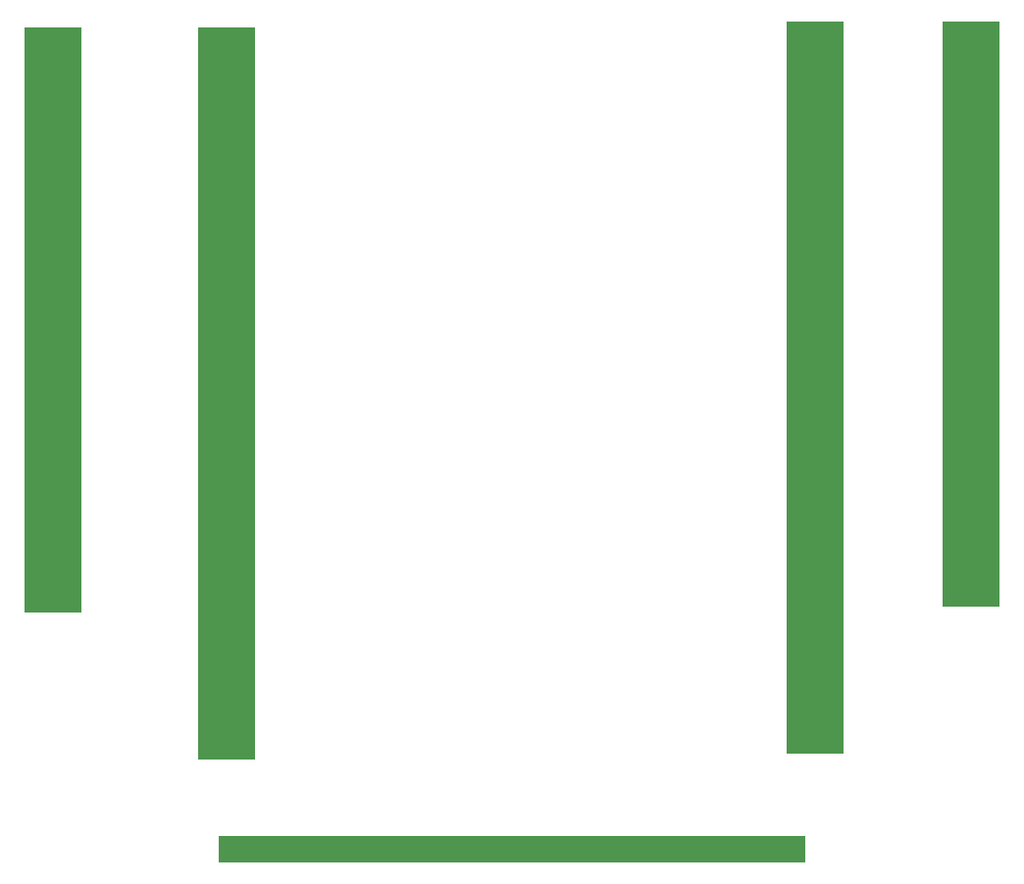
<source format=gbr>
G04 #@! TF.GenerationSoftware,KiCad,Pcbnew,(5.1.2)-2*
G04 #@! TF.CreationDate,2020-05-14T10:23:38+07:00*
G04 #@! TF.ProjectId,stm32_shield_test,73746d33-325f-4736-9869-656c645f7465,rev?*
G04 #@! TF.SameCoordinates,Original*
G04 #@! TF.FileFunction,Soldermask,Top*
G04 #@! TF.FilePolarity,Negative*
%FSLAX46Y46*%
G04 Gerber Fmt 4.6, Leading zero omitted, Abs format (unit mm)*
G04 Created by KiCad (PCBNEW (5.1.2)-2) date 2020-05-14 10:23:38*
%MOMM*%
%LPD*%
G04 APERTURE LIST*
%ADD10C,0.100000*%
G04 APERTURE END LIST*
D10*
G36*
X149741000Y-138819000D02*
G01*
X99179000Y-138819000D01*
X99179000Y-136517000D01*
X149741000Y-136517000D01*
X149741000Y-138819000D01*
X149741000Y-138819000D01*
G37*
G36*
X102243000Y-129929000D02*
G01*
X97401000Y-129929000D01*
X97401000Y-66667000D01*
X102243000Y-66667000D01*
X102243000Y-129929000D01*
X102243000Y-129929000D01*
G37*
G36*
X153043000Y-129421000D02*
G01*
X148201000Y-129421000D01*
X148201000Y-66159000D01*
X153043000Y-66159000D01*
X153043000Y-129421000D01*
X153043000Y-129421000D01*
G37*
G36*
X87257000Y-117276001D02*
G01*
X82415000Y-117276001D01*
X82415000Y-66714001D01*
X87257000Y-66714001D01*
X87257000Y-117276001D01*
X87257000Y-117276001D01*
G37*
G36*
X166505000Y-116721000D02*
G01*
X161663000Y-116721000D01*
X161663000Y-66159000D01*
X166505000Y-66159000D01*
X166505000Y-116721000D01*
X166505000Y-116721000D01*
G37*
M02*

</source>
